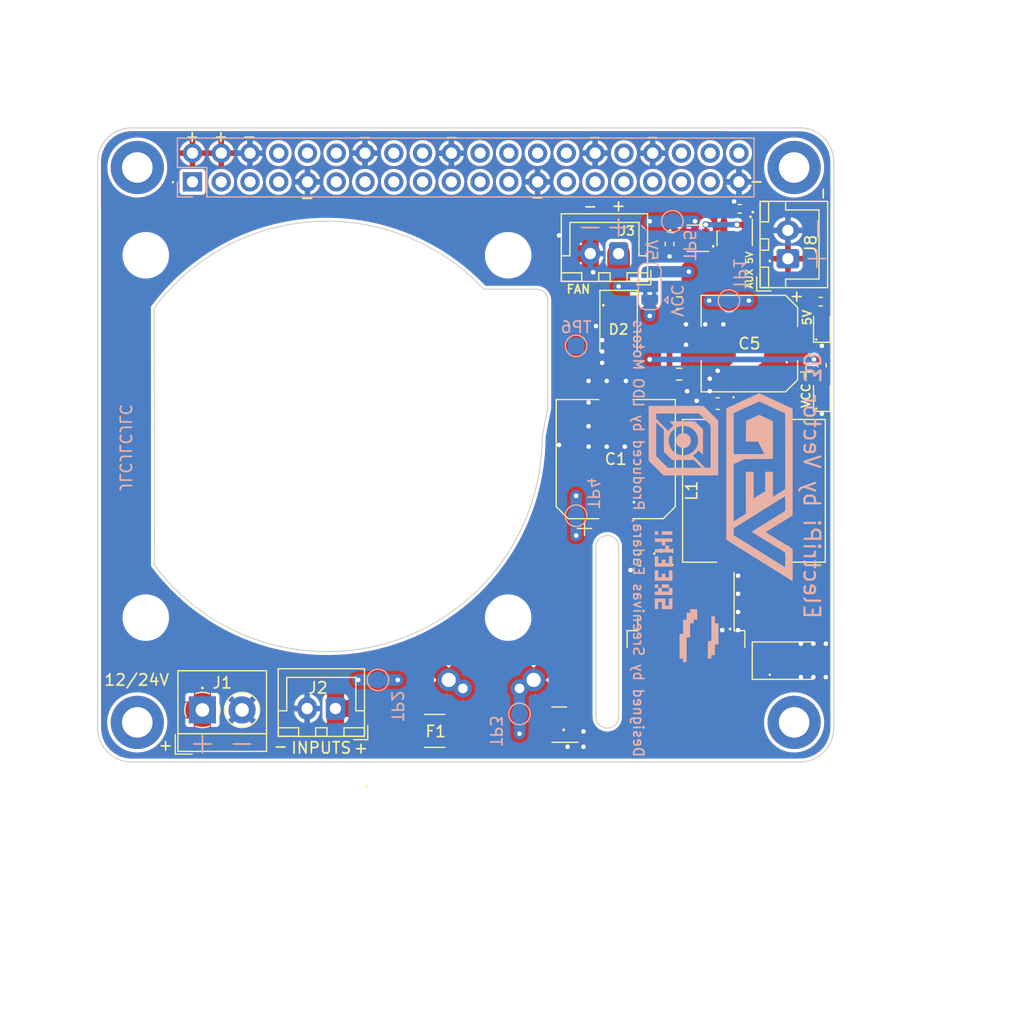
<source format=kicad_pcb>
(kicad_pcb (version 20211014) (generator pcbnew)
  (layers (0 "F.Cu" signal) (31 "B.Cu" signal) (34 "B.Paste" user) (35 "F.Paste" user) (36 "B.SilkS" user "B.Silkscreen") (37 "F.SilkS" user "F.Silkscreen") (38 "B.Mask" user) (39 "F.Mask" user) (44 "Edge.Cuts" user))
  (net 0 "")
  (net 1 "VCC")
  (net 2 "GND")
  (net 3 "Net-(C3-Pad1)")
  (net 4 "+5V")
  (net 5 "Net-(D3-Pad2)")
  (net 6 "Net-(D5-Pad2)")
  (net 7 "Net-(D6-Pad1)")
  (net 8 "Net-(F1-Pad1)")
  (net 9 "Net-(F1-Pad2)")
  (net 10 "5V_PI")
  (net 31 "Net-(Q2-Pad2)")
  (net 32 "Net-(Q2-Pad3)")
  (net 33 "Net-(R10-Pad1)")
  (net 34 "Net-(D2-Pad1)")
  (net 45 "Net-(Q1-Pad3)")
  (footprint "Connector_JST:JST_XH_B2B-XH-A_1x02_P2.50mm_Vertical" (layer "F.Cu") (at 146.2 64.8 90)
    (fp_text reference "J8" (at 1.25 2.025 90) (layer "F.SilkS"))
    (fp_text value "JST XH 01x02")
    (pad "1" thru_hole roundrect (at 0 0 90) (size 1.7 2) (drill 1) (layers *.Cu *.Mask) (roundrect_rratio 0.1470588235) (net 4 "+5V"))
    (pad "2" thru_hole oval (at 2.5 0 90) (size 1.7 2) (drill 1) (layers *.Cu *.Mask) (net 2 "GND"))
  )
  (footprint "Resistor_SMD:R_0402_1005Metric" (layer "F.Cu") (at 141.95 60.4 180)
    (fp_text reference "R2")
    (fp_text value "47K")
    (pad "1" smd roundrect (at -0.51 0 180) (size 0.54 0.64) (layers "F.Cu" "F.Paste" "F.Mask") (net 32 "Net-(Q2-Pad3)"))
    (pad "2" smd roundrect (at 0.51 0 180) (size 0.54 0.64) (layers "F.Cu" "F.Paste" "F.Mask") (net 2 "GND"))
  )
  (footprint "Resistor_SMD:R_0603_1608Metric" (layer "F.Cu") (at 136.6 75)
    (fp_text reference "R9")
    (fp_text value "3.3K")
    (pad "1" smd roundrect (at -0.825 0) (size 0.8 0.95) (layers "F.Cu" "F.Paste" "F.Mask") (net 33 "Net-(R10-Pad1)"))
    (pad "2" smd roundrect (at 0.825 0) (size 0.8 0.95) (layers "F.Cu" "F.Paste" "F.Mask") (net 2 "GND"))
  )
  (footprint "Package_TO_SOT_SMD:SOT-363_SC-70-6" (layer "F.Cu") (at 138 63 180)
    (fp_text reference "Q2")
    (fp_text value "50nA 150V 200mW 200mA")
    (pad "1" smd rect (at -0.95 -0.65 180) (size 0.65 0.4) (layers "F.Cu" "F.Paste" "F.Mask") (net 4 "+5V"))
    (pad "2" smd rect (at -0.95 0 180) (size 0.65 0.4) (layers "F.Cu" "F.Paste" "F.Mask") (net 31 "Net-(Q2-Pad2)"))
    (pad "3" smd rect (at -0.95 0.65 180) (size 0.65 0.4) (layers "F.Cu" "F.Paste" "F.Mask") (net 32 "Net-(Q2-Pad3)"))
    (pad "4" smd rect (at 0.95 0.65 180) (size 0.65 0.4) (layers "F.Cu" "F.Paste" "F.Mask") (net 10 "5V_PI"))
    (pad "5" smd rect (at 0.95 0 180) (size 0.65 0.4) (layers "F.Cu" "F.Paste" "F.Mask") (net 31 "Net-(Q2-Pad2)"))
    (pad "6" smd rect (at 0.95 -0.65 180) (size 0.65 0.4) (layers "F.Cu" "F.Paste" "F.Mask") (net 31 "Net-(Q2-Pad2)"))
  )
  (footprint "MountingHole:MountingHole_2.7mm_M2.5_DIN965_Pad" (layer "F.Cu") (at 88.75 56.75)
    (fp_text reference "H2" hide)
    (fp_text value "MountingHole")
    (pad "1" thru_hole circle locked (at 0 0) (size 4.7 4.7) (drill 2.7) (layers *.Cu *.Mask))
  )
  (footprint "Diode_SMD:D_SMA" (layer "F.Cu") (at 131.25 71 -90)
    (fp_text reference "D2" (at 0.05 0) (layer "F.SilkS") (effects (font (size 0.9 0.9))))
    (fp_text value "SS54")
    (pad "1" smd rect (at -2 0 270) (size 2.5 1.8) (layers "F.Cu" "F.Paste" "F.Mask") (net 34 "Net-(D2-Pad1)"))
    (pad "2" smd rect (at 2 0 270) (size 2.5 1.8) (layers "F.Cu" "F.Paste" "F.Mask") (net 2 "GND"))
  )
  (footprint "Connector_JST:JST_XH_B2B-XH-A_1x02_P2.50mm_Vertical" (layer "F.Cu") (at 106.25 104.525 180)
    (fp_text reference "J2" (at 1.55 1.825) (layer "F.SilkS"))
    (fp_text value "JST XH 01x02")
    (pad "1" thru_hole roundrect (at 0 0 180) (size 1.7 2) (drill 1) (layers *.Cu *.Mask) (roundrect_rratio 0.147059) (net 8 "Net-(F1-Pad1)"))
    (pad "2" thru_hole oval (at 2.5 0 180) (size 1.7 2) (drill 1) (layers *.Cu *.Mask) (net 2 "GND"))
  )
  (footprint "TerminalBlock_4Ucon:TerminalBlock_4Ucon_1x02_P3.50mm_Horizontal" (layer "F.Cu") (at 94.5 104.65)
    (fp_text reference "J1" (at 1.75 -2.4) (layer "F.SilkS"))
    (fp_text value "2444")
    (pad "1" thru_hole rect (at 0 0) (size 2.4 2.4) (drill 1.2) (layers *.Cu *.Mask) (net 8 "Net-(F1-Pad1)"))
    (pad "2" thru_hole circle (at 3.5 0) (size 2.4 2.4) (drill 1.2) (layers *.Cu *.Mask) (net 2 "GND"))
  )
  (footprint "Capacitor_SMD:C_0603_1608Metric" (layer "F.Cu") (at 135.5 90.6 90)
    (fp_text reference "C3")
    (fp_text value "1 uF")
    (pad "1" smd roundrect (at -0.775 0 90) (size 0.9 0.95) (layers "F.Cu" "F.Paste" "F.Mask") (net 3 "Net-(C3-Pad1)"))
    (pad "2" smd roundrect (at 0.775 0 90) (size 0.9 0.95) (layers "F.Cu" "F.Paste" "F.Mask") (net 1 "VCC"))
  )
  (footprint "Capacitor_SMD:CP_Elec_8x10" (layer "F.Cu") (at 142.8 72.3 180)
    (fp_text reference "C5" (at 0 0 180) (layer "F.SilkS"))
    (fp_text value "1000uF")
    (pad "1" smd roundrect (at -3.25 0 180) (size 3.5 2.5) (layers "F.Cu" "F.Paste" "F.Mask") (roundrect_rratio 0.1) (net 4 "+5V"))
    (pad "2" smd roundrect (at 3.25 0 180) (size 3.5 2.5) (layers "F.Cu" "F.Paste" "F.Mask") (roundrect_rratio 0.1) (net 2 "GND"))
  )
  (footprint "Package_TO_SOT_SMD:SOT-23" (layer "F.Cu") (at 126 105.95 180)
    (fp_text reference "Q1")
    (fp_text value "30V 4A 44mΩ")
    (pad "1" smd roundrect (at -0.9375 -0.95 180) (size 1.475 0.6) (layers "F.Cu" "F.Paste" "F.Mask") (net 2 "GND"))
    (pad "2" smd roundrect (at -0.9375 0.95 180) (size 1.475 0.6) (layers "F.Cu" "F.Paste" "F.Mask") (net 1 "VCC"))
    (pad "3" smd roundrect (at 0.9375 0 180) (size 1.475 0.6) (layers "F.Cu" "F.Paste" "F.Mask") (net 45 "Net-(Q1-Pad3)"))
  )
  (footprint "Resistor_SMD:R_0402_1005Metric" (layer "F.Cu") (at 135.75 63.5 -90)
    (fp_text reference "R1")
    (fp_text value "10K")
    (pad "1" smd roundrect (at -0.51 0 270) (size 0.54 0.64) (layers "F.Cu" "F.Paste" "F.Mask") (net 31 "Net-(Q2-Pad2)"))
    (pad "2" smd roundrect (at 0.51 0 270) (size 0.54 0.64) (layers "F.Cu" "F.Paste" "F.Mask") (net 2 "GND"))
  )
  (footprint "Package_TO_SOT_SMD:SOT-23" (layer "F.Cu") (at 141.5 63 -90)
    (fp_text reference "Q3")
    (fp_text value "30V 4A 44mΩ")
    (pad "1" smd roundrect (at -0.9375 -0.95 270) (size 1.475 0.6) (layers "F.Cu" "F.Paste" "F.Mask") (net 32 "Net-(Q2-Pad3)"))
    (pad "2" smd roundrect (at -0.9375 0.95 270) (size 1.475 0.6) (layers "F.Cu" "F.Paste" "F.Mask") (net 10 "5V_PI"))
    (pad "3" smd roundrect (at 0.9375 0 270) (size 1.475 0.6) (layers "F.Cu" "F.Paste" "F.Mask") (net 4 "+5V"))
  )
  (footprint "Capacitor_SMD:C_0603_1608Metric" (layer "F.Cu") (at 140 77.6 180)
    (fp_text reference "C4")
    (fp_text value "1 uF")
    (pad "1" smd roundrect (at -0.775 0 180) (size 0.9 0.95) (layers "F.Cu" "F.Paste" "F.Mask") (net 4 "+5V"))
    (pad "2" smd roundrect (at 0.775 0 180) (size 0.9 0.95) (layers "F.Cu" "F.Paste" "F.Mask") (net 2 "GND"))
  )
  (footprint "Package_TO_SOT_SMD:TO-263-5_TabPin3" (layer "F.Cu") (at 137.2 100.6 -90)
    (fp_text reference "U1")
    (fp_text value "XL4015")
    (pad "1" smd rect (at -5.775 -3.4 270) (size 4.6 1.1) (layers "F.Cu" "F.Paste" "F.Mask") (net 2 "GND"))
    (pad "2" smd rect (at -5.775 -1.7 270) (size 4.6 1.1) (layers "F.Cu" "F.Paste" "F.Mask") (net 33 "Net-(R10-Pad1)"))
    (pad "3" smd rect (at -5.775 0 270) (size 4.6 1.1) (layers "F.Cu" "F.Paste" "F.Mask") (net 7 "Net-(D6-Pad1)"))
    (pad "3" smd rect (at 3.375 0 270) (size 9.4 10.8) (layers "F.Cu" "F.Mask") (net 7 "Net-(D6-Pad1)"))
    (pad "4" smd rect (at -5.775 1.7 270) (size 4.6 1.1) (layers "F.Cu" "F.Paste" "F.Mask") (net 3 "Net-(C3-Pad1)"))
    (pad "5" smd rect (at -5.775 3.4 270) (size 4.6 1.1) (layers "F.Cu" "F.Paste" "F.Mask") (net 1 "VCC"))
  )
  (footprint "MountingHole:MountingHole_3.5mm" (layer "F.Cu") (at 89.5 96.5)
    (fp_text reference "H5" hide)
    (fp_text value "MountingHole")
    (pad "" np_thru_hole circle locked (at 0 0) (size 3.5 3.5) (drill 3.5) (layers *.Cu *.Mask))
  )
  (footprint "Resistor_SMD:R_0402_1005Metric" (layer "F.Cu") (at 149.1 68.6 180)
    (fp_text reference "R6" hide)
    (fp_text value "1kR")
    (pad "1" smd roundrect (at -0.51 0 180) (size 0.54 0.64) (layers "F.Cu" "F.Paste" "F.Mask") (net 5 "Net-(D3-Pad2)"))
    (pad "2" smd roundrect (at 0.51 0 180) (size 0.54 0.64) (layers "F.Cu" "F.Paste" "F.Mask") (net 4 "+5V"))
  )
  (footprint "Fuse:Fuse_Littelfuse-NANO2-451_453" (layer "F.Cu") (at 115 106.5)
    (fp_text reference "F1" (at 0.1 0.05 unlocked) (layer "F.SilkS"))
    (fp_text value "5A")
    (pad "1" smd rect (at -3.185 0) (size 4.24 3.81) (layers "F.Cu" "F.Paste" "F.Mask") (net 8 "Net-(F1-Pad1)"))
    (pad "2" smd rect (at 3.185 0) (size 4.24 3.81) (layers "F.Cu" "F.Paste" "F.Mask") (net 9 "Net-(F1-Pad2)"))
  )
  (footprint "Diode_SMD:D_SMA" (layer "F.Cu") (at 146.45 100.3)
    (fp_text reference "D6")
    (fp_text value "SS54")
    (pad "1" smd rect (at -2 0) (size 2.5 1.8) (layers "F.Cu" "F.Paste" "F.Mask") (net 7 "Net-(D6-Pad1)"))
    (pad "2" smd rect (at 2 0) (size 2.5 1.8) (layers "F.Cu" "F.Paste" "F.Mask") (net 2 "GND"))
  )
  (footprint "Connector_JST:JST_XH_B2B-XH-A_1x02_P2.50mm_Vertical" (layer "F.Cu") (at 131.25 64.35 180)
    (fp_text reference "J3" (at -0.75 2) (layer "F.SilkS") (effects (font (size 0.8 0.8))))
    (fp_text value "JST XH 01x02")
    (pad "1" thru_hole roundrect (at 0 0 180) (size 1.7 2) (drill 1) (layers *.Cu *.Mask) (roundrect_rratio 0.1470588235) (net 34 "Net-(D2-Pad1)"))
    (pad "2" thru_hole oval (at 2.5 0 180) (size 1.7 2) (drill 1) (layers *.Cu *.Mask) (net 2 "GND"))
  )
  (footprint "MountingHole:MountingHole_3.5mm" (layer "F.Cu") (at 121.5 64.5)
    (fp_text reference "H6" hide)
    (fp_text value "MountingHole")
    (pad "" np_thru_hole circle locked (at 0 0) (size 3.5 3.5) (drill 3.5) (layers *.Cu *.Mask))
  )
  (footprint "Capacitor_SMD:CP_Elec_10x10" (layer "F.Cu") (at 131 82.5 90)
    (fp_text reference "C1" (at 0 0) (layer "F.SilkS"))
    (fp_text value "220uF")
    (pad "1" smd roundrect (at -4 0 90) (size 4 2.5) (layers "F.Cu" "F.Paste" "F.Mask") (roundrect_rratio 0.1) (net 1 "VCC"))
    (pad "2" smd roundrect (at 4 0 90) (size 4 2.5) (layers "F.Cu" "F.Paste" "F.Mask") (roundrect_rratio 0.1) (net 2 "GND"))
  )
  (footprint "MountingHole:MountingHole_2.7mm_M2.5_DIN965_Pad" (layer "F.Cu") (at 146.75 56.75)
    (fp_text reference "H3" hide)
    (fp_text value "MountingHole")
    (pad "1" thru_hole circle locked (at 0 0) (size 4.7 4.7) (drill 2.7) (layers *.Cu *.Mask))
  )
  (footprint "MountingHole:MountingHole_3.5mm" (layer "F.Cu") (at 89.5 64.5)
    (fp_text reference "H7" hide)
    (fp_text value "MountingHole")
    (pad "" np_thru_hole circle locked (at 0 0) (size 3.5 3.5) (drill 3.5) (layers *.Cu *.Mask))
  )
  (footprint "MountingHole:MountingHole_3.5mm" (layer "F.Cu") (at 121.5 96.5)
    (fp_text reference "H8" hide)
    (fp_text value "MountingHole")
    (pad "" np_thru_hole circle locked (at 0 0) (size 3.5 3.5) (drill 3.5) (layers *.Cu *.Mask))
  )
  (footprint "Capacitor_SMD:C_0603_1608Metric" (layer "F.Cu") (at 133.1 91.4 180)
    (fp_text reference "C2")
    (fp_text value "1 uF")
    (pad "1" smd roundrect (at -0.775 0 180) (size 0.9 0.95) (layers "F.Cu" "F.Paste" "F.Mask") (net 1 "VCC"))
    (pad "2" smd roundrect (at 0.775 0 180) (size 0.9 0.95) (layers "F.Cu" "F.Paste" "F.Mask") (net 2 "GND"))
  )
  (footprint "LED_SMD:LED_0603_1608Metric" (layer "F.Cu") (at 149.2 76.8 90)
    (fp_text reference "D5" hide)
    (fp_text value "2.3V 20mA")
    (pad "1" smd roundrect (at -0.7875 0 90) (size 0.875 0.95) (layers "F.Cu" "F.Paste" "F.Mask") (net 2 "GND"))
    (pad "2" smd roundrect (at 0.7875 0 90) (size 0.875 0.95) (layers "F.Cu" "F.Paste" "F.Mask") (net 6 "Net-(D5-Pad2)"))
  )
  (footprint "LED_SMD:LED_0603_1608Metric" (layer "F.Cu") (at 149.2 70.7 90)
    (fp_text reference "D3" hide)
    (fp_text value "2.3V 20mA")
    (pad "1" smd roundrect (at -0.7875 0 90) (size 0.875 0.95) (layers "F.Cu" "F.Paste" "F.Mask") (net 2 "GND"))
    (pad "2" smd roundrect (at 0.7875 0 90) (size 0.875 0.95) (layers "F.Cu" "F.Paste" "F.Mask") (net 5 "Net-(D3-Pad2)"))
  )
  (footprint "Inductor_SMD:L_12x12mm_H6mm" (layer "F.Cu") (at 143.2 85.3 90)
    (fp_text reference "L1" (at 0 -5.5 90) (layer "F.SilkS"))
    (fp_text value "47 uH")
    (pad "1" smd rect (at -4.95 0 90) (size 2.9 5.4) (layers "F.Cu" "F.Paste" "F.Mask") (net 7 "Net-(D6-Pad1)"))
    (pad "2" smd rect (at 4.95 0 90) (size 2.9 5.4) (layers "F.Cu" "F.Paste" "F.Mask") (net 4 "+5V"))
  )
  (footprint "Inrush_Limiter:5_OR_7pt5_PITCH_ICL" (layer "F.Cu") (at 116.25 102)
    (fp_text reference "TH1")
    (fp_text value "ICL")
    (pad "1" thru_hole circle (at 1.25 0.75) (size 1.6 1.6) (drill 0.85) (layers *.Cu *.Mask) (net 9 "Net-(F1-Pad2)"))
    (pad "1" thru_hole circle (at 0 0) (size 2 2) (drill 1.25) (layers *.Cu *.Mask) (net 9 "Net-(F1-Pad2)"))
    (pad "2" thru_hole circle (at 7.5 0) (size 2 2) (drill 1.25) (layers *.Cu *.Mask) (net 45 "Net-(Q1-Pad3)"))
    (pad "2" thru_hole circle (at 6.25 0.75) (size 1.6 1.6) (drill 0.85) (layers *.Cu *.Mask) (net 45 "Net-(Q1-Pad3)"))
  )
  (footprint "Resistor_SMD:R_0402_1005Metric" (layer "F.Cu") (at 149.2 74.2 90)
    (fp_text reference "R8" hide)
    (fp_text value "10kR")
    (pad "1" smd roundrect (at -0.51 0 90) (size 0.54 0.64) (layers "F.Cu" "F.Paste" "F.Mask") (net 6 "Net-(D5-Pad2)"))
    (pad "2" smd roundrect (at 0.51 0 90) (size 0.54 0.64) (layers "F.Cu" "F.Paste" "F.Mask") (net 1 "VCC"))
  )
  (footprint "Resistor_SMD:R_0603_1608Metric" (layer "F.Cu") (at 136.6 68.7)
    (fp_text reference "R10")
    (fp_text value "10K")
    (pad "1" smd roundrect (at -0.825 0) (size 0.8 0.95) (layers "F.Cu" "F.Paste" "F.Mask") (net 33 "Net-(R10-Pad1)"))
    (pad "2" smd roundrect (at 0.825 0) (size 0.8 0.95) (layers "F.Cu" "F.Paste" "F.Mask") (net 4 "+5V"))
  )
  (footprint "MountingHole:MountingHole_2.7mm_M2.5_DIN965_Pad" (layer "F.Cu") (at 146.75 105.75)
    (fp_text reference "H1" hide)
    (fp_text value "MountingHole")
    (pad "1" thru_hole circle locked (at 0 0) (size 4.7 4.7) (drill 2.7) (layers *.Cu *.Mask))
  )
  (footprint "MountingHole:MountingHole_2.7mm_M2.5_DIN965_Pad" (layer "F.Cu") (at 88.75 105.75)
    (fp_text reference "H4" hide)
    (fp_text value "MountingHole")
    (pad "1" thru_hole circle locked (at 0 0) (size 4.7 4.7) (drill 2.7) (layers *.Cu *.Mask))
  )
  (footprint "Logos:LDO Motors Logo" (layer "B.Cu") (at 137 80.8 90)
    (fp_text reference "G***")
    (fp_text value "LOGO" hide)
  )
  (footprint "TestPoint:TestPoint_Pad_D1.5mm" (layer "B.Cu") (at 136 61.5 180)
    (fp_text reference "TP5" (at -1.5 -2.1 270 unlocked) (layer "B.SilkS") (effects (justify mirror)))
    (fp_text value "TestPoint")
    (pad "1" smd circle (at 0 0 180) (size 1.5 1.5) (layers "B.Cu" "B.Mask") (net 10 "5V_PI"))
  )
  (footprint "Connector_PinSocket_2.54mm:PinSocket_2x20_P2.54mm_Vertical" (layer "B.Cu") (at 93.62 58.02 -90)
    (fp_text reference "J6")
    (fp_text value "Raspberry_Pi_2_3")
    (pad "1" thru_hole rect (at 0 0 270) (size 1.7 1.7) (drill 1) (layers *.Cu *.Mask))
    (pad "2" thru_hole oval (at -2.54 0 270) (size 1.7 1.7) (drill 1) (layers *.Cu *.Mask) (net 10 "5V_PI"))
    (pad "3" thru_hole oval (at 0 -2.54 270) (size 1.7 1.7) (drill 1) (layers *.Cu *.Mask))
    (pad "4" thru_hole oval (at -2.54 -2.54 270) (size 1.7 1.7) (drill 1) (layers *.Cu *.Mask) (net 10 "5V_PI"))
    (pad "5" thru_hole oval (at 0 -5.08 270) (size 1.7 1.7) (drill 1) (layers *.Cu *.Mask))
    (pad "6" thru_hole oval (at -2.54 -5.08 270) (size 1.7 1.7) (drill 1) (layers *.Cu *.Mask) (net 2 "GND"))
    (pad "7" thru_hole oval (at 0 -7.62 270) (size 1.7 1.7) (drill 1) (layers *.Cu *.Mask))
    (pad "8" thru_hole oval (at -2.54 -7.62 270) (size 1.7 1.7) (drill 1) (layers *.Cu *.Mask))
    (pad "9" thru_hole oval (at 0 -10.16 270) (size 1.7 1.7) (drill 1) (layers *.Cu *.Mask) (net 2 "GND"))
    (pad "10" thru_hole oval (at -2.54 -10.16 270) (size 1.7 1.7) (drill 1) (layers *.Cu *.Mask))
    (pad "11" thru_hole oval (at 0 -12.7 270) (size 1.7 1.7) (drill 1) (layers *.Cu *.Mask))
    (pad "12" thru_hole oval (at -2.54 -12.7 270) (size 1.7 1.7) (drill 1) (layers *.Cu *.Mask))
    (pad "13" thru_hole oval (at 0 -15.24 270) (size 1.7 1.7) (drill 1) (layers *.Cu *.Mask))
    (pad "14" thru_hole oval (at -2.54 -15.24 270) (size 1.7 1.7) (drill 1) (layers *.Cu *.Mask) (net 2 "GND"))
    (pad "15" thru_hole oval (at 0 -17.78 270) (size 1.7 1.7) (drill 1) (layers *.Cu *.Mask))
    (pad "16" thru_hole oval (at -2.54 -17.78 270) (size 1.7 1.7) (drill 1) (layers *.Cu *.Mask))
    (pad "17" thru_hole oval (at 0 -20.32 270) (size 1.7 1.7) (drill 1) (layers *.Cu *.Mask))
    (pad "18" thru_hole oval (at -2.54 -20.32 270) (size 1.7 1.7) (drill 1) (layers *.Cu *.Mask))
    (pad "19" thru_hole oval (at 0 -22.86 270) (size 1.7 1.7) (drill 1) (layers *.Cu *.Mask))
    (pad "20" thru_hole oval (at -2.54 -22.86 270) (size 1.7 1.7) (drill 1) (layers *.Cu *.Mask) (net 2 "GND"))
    (pad "21" thru_hole oval (at 0 -25.4 270) (size 1.7 1.7) (drill 1) (layers *.Cu *.Mask))
    (pad "22" thru_hole oval (at -2.54 -25.4 270) (size 1.7 1.7) (drill 1) (layers *.Cu *.Mask))
    (pad "23" thru_hole oval (at 0 -27.94 270) (size 1.7 1.7) (drill 1) (layers *.Cu *.Mask))
    (pad "24" thru_hole oval (at -2.54 -27.94 270) (size 1.7 1.7) (drill 1) (layers *.Cu *.Mask))
    (pad "25" thru_hole oval (at 0 -30.48 270) (size 1.7 1.7) (drill 1) (layers *.Cu *.Mask) (net 2 "GND"))
    (pad "26" thru_hole oval (at -2.54 -30.48 270) (size 1.7 1.7) (drill 1) (layers *.Cu *.Mask))
    (pad "27" thru_hole oval (at 0 -33.02 270) (size 1.7 1.7) (drill 1) (layers *.Cu *.Mask))
    (pad "28" thru_hole oval (at -2.54 -33.02 270) (size 1.7 1.7) (drill 1) (layers *.Cu *.Mask))
    (pad "29" thru_hole oval (at 0 -35.56 270) (size 1.7 1.7) (drill 1) (layers *.Cu *.Mask))
    (pad "30" thru_hole oval (at -2.54 -35.56 270) (size 1.7 1.7) (drill 1) (layers *.Cu *.Mask) (net 2 "GND"))
    (pad "31" thru_hole oval (at 0 -38.1 270) (size 1.7 1.7) (drill 1) (layers *.Cu *.Mask))
    (pad "32" thru_hole oval (at -2.54 -38.1 270) (size 1.7 1.7) (drill 1) (layers *.Cu *.Mask))
    (pad "33" thru_hole oval (at 0 -40.64 270) (size 1.7 1.7) (drill 1) (layers *.Cu *.Mask))
    (pad "34" thru_hole oval (at -2.54 -40.64 270) (size 1.7 1.7) (drill 1) (layers *.Cu *.Mask) (net 2 "GND"))
    (pad "35" thru_hole oval (at 0 -43.18 270) (size 1.7 1.7) (drill 1) (layers *.Cu *.Mask))
    (pad "36" thru_hole oval (at -2.54 -43.18 270) (size 1.7 1.7) (drill 1) (layers *.Cu *.Mask))
    (pad "37" thru_hole oval (at 0 -45.72 270) (size 1.7 1.7) (drill 1) (layers *.Cu *.Mask))
    (pad "38" thru_hole oval (at -2.54 -45.72 270) (size 1.7 1.7) (drill 1) (layers *.Cu *.Mask))
    (pad "39" thru_hole oval (at 0 -48.26 270) (size 1.7 1.7) (drill 1) (layers *.Cu *.Mask) (net 2 "GND"))
    (pad "40" thru_hole oval (at -2.54 -48.26 270) (size 1.7 1.7) (drill 1) (layers *.Cu *.Mask))
  )
  (footprint "Jumper:SolderJumper-3_P1.3mm_Bridged2Bar12_RoundedPad1.0x1.5mm" (layer "B.Cu") (at 134 67.25 90)
    (fp_text reference "JP1")
    (fp_text value "SolderJumper_3_Bridged12")
    (fp_poly (pts (xy -0.9 0.6) (xy -0.4 0.6) (xy -0.4 0.2) (xy -0.9 0.2)) (layer "B.Cu") (width 0) (fill solid))
    (fp_poly (pts (xy -0.9 -0.2) (xy -0.4 -0.2) (xy -0.4 -0.6) (xy -0.9 -0.6)) (layer "B.Cu") (width 0) (fill solid))
    (pad "1" smd custom (at -1.3 0 90) (size 1 0.5) (layers "B.Cu" "B.Mask") (net 1 "VCC") (options (clearance outline) (anchor rect)) (primitives (gr_circle (center 0 -0.25) (end 0.5 -0.25) (width 0) (fill yes)) (gr_circle (center 0 0.25) (end 0.5 0.25) (width 0) (fill yes)) (gr_poly (pts (xy 0.55 -0.75) (xy 0 -0.75) (xy 0 0.75) (xy 0.55 0.75)) (width 0) (fill yes))))
    (pad "2" smd rect (at 0 0 90) (size 1 1.5) (layers "B.Cu" "B.Mask") (net 34 "Net-(D2-Pad1)"))
    (pad "3" smd custom (at 1.3 0 90) (size 1 0.5) (layers "B.Cu" "B.Mask") (net 4 "+5V") (options (clearance outline) (anchor rect)) (primitives (gr_circle (center 0 -0.25) (end 0.5 -0.25) (width 0) (fill yes)) (gr_circle (center 0 0.25) (end 0.5 0.25) (width 0) (fill yes)) (gr_poly (pts (xy 0 -0.75) (xy -0.55 -0.75) (xy -0.55 0.75) (xy 0 0.75)) (width 0) (fill yes))))
  )
  (footprint "TestPoint:TestPoint_Pad_D1.5mm" (layer "B.Cu") (at 127.5 87.5 180)
    (fp_text reference "TP4" (at -1.5 2 270 unlocked) (layer "B.SilkS") (effects (justify mirror)))
    (fp_text value "TestPoint")
    (pad "1" smd circle (at 0 0 180) (size 1.5 1.5) (layers "B.Cu" "B.Mask") (net 1 "VCC"))
  )
  (footprint "TestPoint:TestPoint_Pad_D1.5mm" (layer "B.Cu") (at 141 68.5 180)
    (fp_text reference "TP1" (at -0.9 2.4 270 unlocked) (layer "B.SilkS") (effects (justify mirror)))
    (fp_text value "TestPoint")
    (pad "1" smd circle (at 0 0 180) (size 1.5 1.5) (layers "B.Cu" "B.Mask") (net 4 "+5V"))
  )
  (footprint "Logos:V3D Logo" (layer "B.Cu") (at 143.7 85 90)
    (fp_text reference "G***")
    (fp_text value "LOGO" hide)
  )
  (footprint "Logos:5reen_merge_small" (layer "B.Cu") (at 137.1 94.5 90)
    (fp_text reference "G***")
    (fp_text value "LOGO" hide)
  )
  (footprint "TestPoint:TestPoint_Pad_D1.5mm" (layer "B.Cu") (at 127.5 72.5 180)
    (fp_text reference "TP6" (at 0 1.648) (layer "B.SilkS") (effects (justify mirror)))
    (fp_text value "TestPoint")
    (pad "1" smd circle (at 0 0 180) (size 1.5 1.5) (layers "B.Cu" "B.Mask") (net 2 "GND"))
  )
  (footprint "TestPoint:TestPoint_Pad_D1.5mm" (layer "B.Cu") (at 110 102 180)
    (fp_text reference "TP2" (at -1.7 -2.3 270 unlocked) (layer "B.SilkS") (effects (justify mirror)))
    (fp_text value "TestPoint")
    (pad "1" smd circle (at 0 0 180) (size 1.5 1.5) (layers "B.Cu" "B.Mask") (net 8 "Net-(F1-Pad1)"))
  )
  (footprint "TestPoint:TestPoint_Pad_D1.5mm" (layer "B.Cu") (at 122.5 105 180)
    (fp_text reference "TP3" (at 2.1 -1.5 270 unlocked) (layer "B.SilkS") (effects (justify mirror)))
    (fp_text value "TestPoint")
    (pad "1" smd circle (at 0 0 180) (size 1.5 1.5) (layers "B.Cu" "B.Mask") (net 45 "Net-(Q1-Pad3)"))
  )
  (gr_line (start 85.25 71.75) (end 85.25 106.25) (layer "Edge.Cuts") (width 0.1))
  (gr_arc (start 147.25 53.25) (mid 149.37132 54.12868) (end 150.25 56.25) (layer "Edge.Cuts") (width 0.1))
  (gr_line (start 129.25 90.25) (end 129.25 105.25) (layer "Edge.Cuts") (width 0.1))
  (gr_arc (start 88.25 109.25) (mid 86.12868 108.37132) (end 85.25 106.25) (layer "Edge.Cuts") (width 0.1))
  (gr_line (start 119.35 67.5) (end 124 67.5) (layer "Edge.Cuts") (width 0.1))
  (gr_line (start 90.25 69.15) (end 90.258076 91.84399) (layer "Edge.Cuts") (width 0.1))
  (gr_line (start 88.25 109.25) (end 147.25 109.25) (layer "Edge.Cuts") (width 0.1))
  (gr_arc (start 150.25 106.25) (mid 149.37132 108.37132) (end 147.25 109.25) (layer "Edge.Cuts") (width 0.1))
  (gr_arc (start 129.25 90.25) (mid 130.25 89.25) (end 131.25 90.25) (layer "Edge.Cuts") (width 0.1))
  (gr_line (start 131.25 90.25) (end 131.25 105.25) (layer "Edge.Cuts") (width 0.1))
  (gr_line (start 88.25 53.25) (end 147.25 53.25) (layer "Edge.Cuts") (width 0.1))
  (gr_arc (start 85.25 56.25) (mid 86.12868 54.12868) (end 88.25 53.25) (layer "Edge.Cuts") (width 0.1))
  (gr_arc (start 124.500062 80.5) (mid 111.475151 98.536073) (end 90.258076 91.84399) (layer "Edge.Cuts") (width 0.1))
  (gr_arc (start 131.25 105.25) (mid 130.25 106.25) (end 129.25 105.25) (layer "Edge.Cuts") (width 0.1))
  (gr_line (start 85.25 56.25) (end 85.25 71.75) (layer "Edge.Cuts") (width 0.1))
  (gr_arc (start 124 67.5) (mid 124.707107 67.792893) (end 125 68.5) (layer "Edge.Cuts") (width 0.1))
  (gr_line (start 125 78) (end 125 68.5) (layer "Edge.Cuts") (width 0.1))
  (gr_arc (start 90.25 69.15) (mid 104.414442 61.525152) (end 119.35 67.5) (layer "Edge.Cuts") (width 0.1))
  (gr_line (start 124.500062 80.5) (end 125 78) (layer "Edge.Cuts") (width 0.1))
  (gr_line (start 150.25 56.25) (end 150.25 106.25) (layer "Edge.Cuts") (width 0.1))
  (gr_text "ElectriPi by Vector 3D" (at 148.3 84.8 270) (layer "B.SilkS") (effects (font (size 1.4 1.4) (thickness 0.2)) (justify mirror)))
  (gr_text "Designed by Sreenivas Eadara, Produced by LDO Motors" (at 133 89.5 270) (layer "B.SilkS") (effects (font (size 0.9 0.9)) (justify mirror)))
  (gr_text "+" (at 131.25 61.9) (layer "B.SilkS") (effects (font (size 2 2)) (justify mirror)))
  (gr_text "5V" (at 134.15 64.05 270) (layer "B.SilkS") (effects (font (size 1 1)) (justify mirror)))
  (gr_text "+" (at 94.5 107.5) (layer "B.SilkS") (effects (font (size 2 2)) (justify mirror)))
  (gr_text "JLCJLCJLC" (at 87.7 81.5 270) (layer "B.SilkS") (effects (font (size 1 1)) (justify mirror)))
  (gr_text "-" (at 148.7 62.2 90) (layer "B.SilkS") (effects (font (size 2 2)) (justify mirror)))
  (gr_text "-" (at 98 107.5) (layer "B.SilkS") (effects (font (size 2 2)) (justify mirror)))
  (gr_text "VCC" (at 136.4 68.5 270) (layer "B.SilkS") (effects (font (size 1 1)) (justify mirror)))
  (gr_text "+" (at 148.6 64.8 90) (layer "B.SilkS") (effects (font (size 2 2)) (justify mirror)))
  (gr_text "-" (at 128.75 61.9) (layer "B.SilkS") (effects (font (size 2 2)) (justify mirror)))
  (gr_text "." (at 146.1 73.7) (layer "F.SilkS") (effects (font (size 0.6 0.6))))
  (gr_text "-" (at 149.25 59.05 90) (layer "F.SilkS") (effects (font (size 1 1))))
  (gr_text "-" (at 108.85 54.05) (layer "F.SilkS") (effects (font (size 1 1) (thickness 0.153))))
  (gr_text "." (at 148.7 71.7) (layer "F.SilkS") (effects (font (size 0.6 0.6))))
  (gr_text "." (at 143.1 61.1 180) (layer "F.SilkS") (effects (font (size 1 1))))
  (gr_text "." (at 142.9 60.7) (layer "F.SilkS") (effects (font (size 1 1))))
  (gr_text "." (at 148.7 77.8) (layer "F.SilkS") (effects (font (size 0.6 0.6))))
  (gr_text "+" (at 131.25 60.1) (layer "F.SilkS") (effects (font (size 1 1))))
  (gr_text "INPUTS" (at 105 108) (layer "F.SilkS") (effects (font (size 1 1))))
  (gr_text "." (at 126.4 106) (layer "F.SilkS") (effects (font (size 1 1))))
  (gr_text "." (at 91.9 57.8) (layer "F.SilkS") (effects (font (size 0.6 0.6))))
  (gr_text "VCC" (at 147.8 76.9 90) (layer "F.SilkS") (effects (font (size 0.75 0.75))))
  (gr_text "." (at 94.5 102.3) (layer "F.SilkS") (effects (font (size 1 1))))
  (gr_text "." (at 141.4 76.8) (layer "F.SilkS") (effects (font (size 0.6 0.6))))
  (gr_text "-" (at 103.75 59.4) (layer "F.SilkS") (effects (font (size 1 1) (thickness 0.153))))
  (gr_text "-" (at 128.75 60.15) (layer "F.SilkS") (effects (font (size 1 1))))
  (gr_text "5V" (at 147.9 70 90) (layer "F.SilkS") (effects (font (size 0.75 0.75))))
  (gr_text "AUX 5V" (at 142.8 65.8 90) (layer "F.SilkS") (effects (font (size 0.6 0.6) (thickness 0.125))))
  (gr_text "." (at 136 91.6) (layer "F.SilkS") (effects (font (size 0.6 0.6))))
  (gr_text "+" (at 146.9 68.15 90) (layer "F.SilkS") (effects (font (size 1 1))))
  (gr_text "+" (at 96.13 54) (layer "F.SilkS") (effects (font (size 1 1) (thickness 0.153))))
  (gr_text "FAN" (at 127.7 67.5) (layer "F.SilkS") (effects (font (size 0.75 0.75))))
  (gr_text "+" (at 93.6 54) (layer "F.SilkS") (effects (font (size 1 1) (thickness 0.153))))
  (gr_text "-" (at 98.65 54) (layer "F.SilkS") (effects (font (size 1 1) (thickness 0.153))))
  (gr_text "." (at 129.9 68.5) (layer "F.SilkS") (effects (font (size 1 1))))
  (gr_text "-" (at 116.5 54.05) (layer "F.SilkS") (effects (font (size 1 1) (thickness 0.153))))
  (gr_text "-" (at 143.45 57.95) (layer "F.SilkS") (effects (font (size 1 1) (thickness 0.153))))
  (gr_text "+" (at 108.5 108) (layer "F.SilkS") (effects (font (size 1 1))))
  (gr_text "+" (at 91.25 107.75) (layer "F.SilkS") (effects (font (size 1 1))))
  (gr_text "-" (at 134.25 54.05) (layer "F.SilkS") (effects (font (size 1 1) (thickness 0.153))))
  (gr_text "." (at 132.6 85.9) (layer "F.SilkS") (effects (font (size 1 1))))
  (gr_text "." (at 141.1 97.1) (layer "F.SilkS") (effects (font (size 1 1))))
  (gr_text "." (at 144.6 64.6) (layer "F.SilkS") (effects (font (size 1 1))))
  (gr_text "." (at 144.6 101.3) (layer "F.SilkS") (effects (font (size 0.6 0.6))))
  (gr_text "-" (at 124.1 59.35) (layer "F.SilkS") (effects (font (size 1 1) (thickness 0.153))))
  (gr_text "-" (at 101.4 107.85) (layer "F.SilkS") (effects (font (size 1 1))))
  (gr_text "12/24V" (at 88.7 102) (layer "F.SilkS") (effects (font (size 1 1))))
  (gr_text "." (at 136.2 62.3 270) (layer "F.SilkS") (effects (font (size 1 1))))
  (gr_text "." (at 146.2 90) (layer "F.SilkS") (effects (font (size 0.6 0.6))))
  (gr_text "." (at 134.4 90.6) (layer "F.SilkS") (effects (font (size 0.6 0.6))))
  (gr_text "-" (at 129.15 54.05) (layer "F.SilkS") (effects (font (size 1 1) (thickness 0.153))))
  (gr_text "." (at 109 111) (layer "F.SilkS") (effects (font (size 1 1))))
  (gr_text "." (at 139.6 63.3) (layer "F.SilkS") (effects (font (size 1 1))))
  (segment (start 148.5 73.7) (end 149.19 73.7) (width 0.5) (layer "F.Cu") (net 1))
  (segment (start 134 73.7) (end 134 69.85) (width 2) (layer "F.Cu") (net 1))
  (segment (start 135.5 89.825) (end 133.875 89.825) (width 1) (layer "F.Cu") (net 1))
  (segment (start 149.19 73.7) (end 149.2 73.69) (width 0.5) (layer "F.Cu") (net 1))
  (segment (start 134 73.7) (end 134 87.5) (width 2) (layer "F.Cu") (net 1))
  (via (at 127.5 89.25) (size 0.6) (drill 0.4) (layers "F.Cu" "B.Cu") (net 1))
  (via (at 134 73.7) (size 0.6) (drill 0.4) (layers "F.Cu" "B.Cu") (net 1))
  (via (at 134 69.85) (size 0.6) (drill 0.4) (layers "F.Cu" "B.Cu") (net 1))
  (via (at 148.5 73.7) (size 0.6) (drill 0.4) (layers "F.Cu" "B.Cu") (net 1))
  (via (at 127.5 85.75) (size 0.6) (drill 0.4) (layers "F.Cu" "B.Cu") (net 1))
  (segment (start 134 73.7) (end 148.5 73.7) (width 0.5) (layer "B.Cu") (net 1))
  (segment (start 127.5 85.75) (end 127.5 87.5) (width 1) (layer "B.Cu") (net 1))
  (segment (start 134 69.85) (end 134 68.55) (width 1) (layer "B.Cu") (net 1))
  (segment (start 127.5 87.5) (end 127.5 89.25) (width 1) (layer "B.Cu") (net 1))
  (segment (start 149.2 78.5) (end 149.2 77.5875) (width 1) (layer "F.Cu") (net 2))
  (segment (start 132.325 91.4) (end 132.325 92.275) (width 1) (layer "F.Cu") (net 2))
  (segment (start 141.44 60.4) (end 141.44 59.76) (width 0.5) (layer "F.Cu") (net 2))
  (segment (start 132.325 92.275) (end 132.3 92.3) (width 1) (layer "F.Cu") (net 2))
  (segment (start 149.2 71.4875) (end 149.2 72.5) (width 1) (layer "F.Cu") (net 2))
  (segment (start 135.75 64.01) (end 135.75 64.6) (width 0.5) (layer "F.Cu") (net 2))
  (segment (start 141.44 59.76) (end 141.45 59.75) (width 0.5) (layer "F.Cu") (net 2))
  (via (at 126 62.75) (size 0.6) (drill 0.4) (layers "F.Cu" "B.Cu") (net 2))
  (via (at 149.2 78.5) (size 0.6) (drill 0.4) (layers "F.Cu" "B.Cu") (net 2))
  (via (at 148.45 101.75) (size 0.6) (drill 0.4) (layers "F.Cu" "B.Cu") (net 2))
  (via (at 126.75 107.9) (size 0.6) (drill 0.4) (layers "F.Cu" "B.Cu") (net 2))
  (via (at 140.5 70.6) (size 0.6) (drill 0.4) (layers "F.Cu" "B.Cu") (net 2))
  (via (at 129.8 74) (size 0.6) (drill 0.4) (layers "F.Cu" "B.Cu") (net 2))
  (via (at 132.3 92.3) (size 0.6) (drill 0.4) (layers "F.Cu" "B.Cu") (net 2))
  (via (at 141.45 59.75) (size 0.6) (drill 0.4) (layers "F.Cu" "B.Cu") (net 2))
  (via (at 137.3 76.5) (size 0.6) (drill 0.4) (layers "F.Cu" "B.Cu") (net 2))
  (via (at 137.2 72.4) (size 0.6) (drill 0.4) (layers "F.Cu" "B.Cu") (net 2))
  (via (at 141.8 92.8) (size 0.6) (drill 0.4) (layers "F.Cu" "B.Cu") (net 2))
  (via (at 128.6 77.5) (size 0.6) (drill 0.4) (layers "F.Cu" "B.Cu") (net 2))
  (via (at 139.3 76.5) (size 0.6) (drill 0.4) (layers "F.Cu" "B.Cu") (net 2))
  (via (at 139.3 75.4) (size 0.6) (drill 0.4) (layers "F.Cu" "B.Cu") (net 2))
  (via (at 138.9 70.6) (size 0.6) (drill 0.4) (layers "F.Cu" "B.Cu") (net 2))
  (via (at 148.449999 98.8) (size 0.6) (drill 0.4) (layers "F.Cu" "B.Cu") (net 2))
  (via (at 130.2 75.6) (size 0.6) (drill 0.4) (layers "F.Cu" "B.Cu") (net 2))
  (via (at 135.75 64.6) (size 0.6) (drill 0.4) (layers "F.Cu" "B.Cu") (net 2))
  (via (at 149.2 72.5) (size 0.6) (drill 0.4) (layers "F.Cu" "B.Cu") (net 2))
  (via (at 131.8 81.4) (size 0.6) (drill 0.4) (layers "F.Cu" "B.Cu") (net 2))
  (via (at 149.55 101.75) (size 0.6) (drill 0.4) (layers "F.Cu" "B.Cu") (net 2))
  (via (at 128.6 75.6) (size 0.6) (drill 0.4) (layers "F.Cu" "B.Cu") (net 2))
  (via (at 129.8 72) (size 0.6) (drill 0.4) (layers "F.Cu" "B.Cu") (net 2))
  (via (at 141.8 94.4) (size 0.6) (drill 0.4) (layers "F.Cu" "B.Cu") (net 2))
  (via (at 141.8 97.6) (size 0.6) (drill 0.4) (layers "F.Cu" "B.Cu") (net 2))
  (via (at 129.8 73) (size 0.6) (drill 0.4) (layers "F.Cu" "B.Cu") (net 2))
  (via (at 140.4 97.6) (size 0.6) (drill 0.4) (layers "F.Cu" "B.Cu") (net 2))
  (via (at 140 74.7) (size 0.6) (drill 0.4) (layers "F.Cu" "B.Cu") (net 2))
  (via (at 130.2 81.4) (size 0.6) (drill 0.4) (layers "F.Cu" "B.Cu") (net 2))
  (via (at 128.6 79.6) (size 0.6) (drill 0.4) (layers "F.Cu" "B.Cu") (net 2))
  (via (at 147.35 101.75) (size 0.6) (drill 0.4) (layers "F.Cu" "B.Cu") (net 2))
  (via (at 126 81.25) (size 0.6) (drill 0.4) (layers "F.Cu" "B.Cu") (net 2))
  (via (at 129 66) (size 0.6) (drill 0.4) (layers "F.Cu" "B.Cu") (net 2))
  (via (at 128.6 81.4) (size 0.6) (drill 0.4) (layers "F.Cu" "B.Cu") (net 2))
  (via (at 129.25 70.75) (size 0.6) (drill 0.4) (layers "F.Cu" "B.Cu") (net 2))
  (via (at 128.15 107.9) (size 0.6) (drill 0.4) (layers "F.Cu" "B.Cu") (net 2))
  (via (at 137.2 70.6) (size 0.6) (drill 0.4) (layers "F.Cu" "B.Cu") (net 2))
  (via (at 138.15 77.35) (size 0.6) (drill 0.4) (layers "F.Cu" "B.Cu") (net 2))
  (via (at 149.55 98.8) (size 0.6) (drill 0.4) (layers "F.Cu" "B.Cu") (net 2))
  (via (at 147.35 98.8) (size 0.6) (drill 0.4) (layers "F.Cu" "B.Cu") (net 2))
  (via (at 128.15 106.55) (size 0.6) (drill 0.4) (layers "F.Cu" "B.Cu") (net 2))
  (via (at 131.9 75.6) (size 0.6) (drill 0.4) (layers "F.Cu" "B.Cu") (net 2))
  (via (at 141.8 96) (size 0.6) (drill 0.4) (layers "F.Cu" "B.Cu") (net 2))
  (segment (start 135.5 94.825) (end 135.5 91.375) (width 1) (layer "F.Cu") (net 3))
  (segment (start 148.59 68.6) (end 146.1 68.6) (width 0.5) (layer "F.Cu") (net 4))
  (via (at 137.45 65.95) (size 0.6) (drill 0.4) (layers "F.Cu" "B.Cu") (net 4))
  (via (at 142.75 68.5) (size 0.6) (drill 0.4) (layers "F.Cu" "B.Cu") (net 4))
  (via (at 139.25 68.5) (size 0.6) (drill 0.4) (layers "F.Cu" "B.Cu") (net 4))
  (segment (start 141 68.5) (end 142.75 68.5) (width 1) (layer "B.Cu") (net 4))
  (segment (start 134 65.95) (end 137.45 65.95) (width 1) (layer "B.Cu") (net 4))
  (segment (start 139.25 68.5) (end 141 68.5) (width 1) (layer "B.Cu") (net 4))
  (segment (start 149.61 69.5025) (end 149.61 68.6) (width 0.5) (layer "F.Cu") (net 5))
  (segment (start 149.2 69.9125) (end 149.61 69.5025) (width 0.5) (layer "F.Cu") (net 5))
  (segment (start 149.2 74.71) (end 149.2 76.0125) (width 0.5) (layer "F.Cu") (net 6))
  (segment (start 144.5 100.25) (end 144.5 91.55) (width 2) (layer "F.Cu") (net 7))
  (segment (start 140.875 100.3) (end 137.2 103.975) (width 2) (layer "F.Cu") (net 7))
  (segment (start 144.45 100.3) (end 144.5 100.25) (width 2) (layer "F.Cu") (net 7))
  (segment (start 144.5 91.55) (end 143.2 90.25) (width 2) (layer "F.Cu") (net 7))
  (segment (start 137.2 94.825) (end 137.2 103.975) (width 1) (layer "F.Cu") (net 7))
  (segment (start 144.45 100.3) (end 140.875 100.3) (width 2) (layer "F.Cu") (net 7))
  (via (at 108.25 102) (size 0.6) (drill 0.4) (layers "F.Cu" "B.Cu") (net 8))
  (via (at 111.75 102) (size 0.6) (drill 0.4) (layers "F.Cu" "B.Cu") (net 8))
  (segment (start 108.25 102) (end 110 102) (width 1) (layer "B.Cu") (net 8))
  (segment (start 110 102) (end 111.75 102) (width 1) (layer "B.Cu") (net 8))
  (via (at 134 61.5) (size 0.6) (drill 0.4) (layers "F.Cu" "B.Cu") (net 10))
  (via (at 138 61.5) (size 0.6) (drill 0.4) (layers "F.Cu" "B.Cu") (net 10))
  (segment (start 134 61.5) (end 136 61.5) (width 1) (layer "B.Cu") (net 10))
  (segment (start 136 61.5) (end 137.95 61.5) (width 1) (layer "B.Cu") (net 10))
  (segment (start 137.05 63) (end 138.95 63) (width 0.25) (layer "F.Cu") (net 31))
  (segment (start 137.05 63.65) (end 137.05 63) (width 0.25) (layer "F.Cu") (net 31))
  (segment (start 137.05 63) (end 135.76 63) (width 0.25) (layer "F.Cu") (net 31))
  (segment (start 141.7 61.8) (end 142.1875 61.8) (width 0.5) (layer "F.Cu") (net 32))
  (segment (start 142.45 62.0625) (end 142.45 60.41) (width 0.5) (layer "F.Cu") (net 32))
  (segment (start 142.1875 61.8) (end 142.45 62.0625) (width 0.5) (layer "F.Cu") (net 32))
  (segment (start 138.95 62.35) (end 138.95 61.8) (width 0.25) (layer "F.Cu") (net 32))
  (via (at 138.95 61.8) (size 0.6) (drill 0.4) (layers "F.Cu" "B.Cu") (net 32))
  (via (at 141.7 61.8) (size 0.6) (drill 0.4) (layers "F.Cu" "B.Cu") (net 32))
  (segment (start 138.95 61.8) (end 141.7 61.8) (width 0.5) (layer "B.Cu") (net 32))
  (segment (start 138.9 94.825) (end 138.9 91.4) (width 0.5) (layer "F.Cu") (net 33))
  (segment (start 135.75 88.25) (end 135.75 68.725) (width 0.5) (layer "F.Cu") (net 33))
  (segment (start 138.9 91.4) (end 135.75 88.25) (width 0.5) (layer "F.Cu") (net 33))
  (segment (start 135.75 68.725) (end 135.775 68.7) (width 0.5) (layer "F.Cu") (net 33))
  (segment (start 131.25 64.35) (end 131.25 69) (width 2) (layer "F.Cu") (net 34))
  (via (at 131.25 67.25) (size 0.6) (drill 0.4) (layers "F.Cu" "B.Cu") (net 34))
  (segment (start 131.25 67.25) (end 134 67.25) (width 1) (layer "B.Cu") (net 34))
  (via (at 122.5 106.75) (size 0.6) (drill 0.4) (layers "F.Cu" "B.Cu") (net 45))
  (segment (start 122.5 102.75) (end 122.5 105) (width 1) (layer "B.Cu") (net 45))
  (segment (start 122.5 106.75) (end 122.5 105) (width 1) (layer "B.Cu") (net 45))
  (zone (net 8) (net_name "Net-(F1-Pad1)") (layer "F.Cu") (connect_pads thru_hole_only (clearance 0.508)) (min_thickness 0.254) (fill yes (thermal_gap 0.508) (thermal_bridge_width 1.5))
    (polygon (pts (xy 114 108.75) (xy 91.7 108.75) (xy 91.7 100.5) (xy 113 100.5) (xy 113 103.5) (xy 114 104.5)))
  )
  (zone (net 1) (net_name "VCC") (layer "F.Cu") (connect_pads yes (clearance 0.508)) (min_thickness 0.254) (fill yes (thermal_gap 0.508) (thermal_bridge_width 1.5))
    (polygon (pts (xy 134.55 97.1) (xy 133.15 97.1) (xy 133.15 92.25) (xy 129 92.25) (xy 129 104) (xy 127.8 105.3) (xy 126.25 105.3) (xy 126.25 100.5) (xy 125.5 99.75) (xy 125.5 86.2) (xy 127.25 84.3) (xy 134.55 84.3)))
  )
  (zone (net 2) (net_name "GND") (layer "F.Cu") (connect_pads thru_hole_only (clearance 0.3)) (min_thickness 0.2) (fill yes (thermal_gap 0.3) (thermal_bridge_width 0.5))
    (polygon (pts (xy 140.7 70.2) (xy 141.6 71.1) (xy 141.6 73.7) (xy 139.7 75.7) (xy 139.7 76.9) (xy 139.7 78.3) (xy 138.55 78.3) (xy 136.75 76.75) (xy 136.75 70.2)))
  )
  (zone (net 45) (net_name "Net-(Q1-Pad3)") (layer "F.Cu") (connect_pads thru_hole_only (clearance 0.508)) (min_thickness 0.254) (fill yes (thermal_gap 0.508) (thermal_bridge_width 1.5))
    (polygon (pts (xy 125.65 108.25) (xy 121.25 108.25) (xy 121.25 100.5) (xy 125 100.5) (xy 125.65 101)))
  )
  (zone (net 4) (net_name "+5V") (layer "F.Cu") (connect_pads thru_hole_only (clearance 0.3)) (min_thickness 0.2) (fill yes (thermal_gap 0.3) (thermal_bridge_width 0.5))
    (polygon (pts (xy 148 73.7) (xy 146.1 78.6) (xy 146.1 82) (xy 140.3 82) (xy 140.3 76.9) (xy 144.1 73.8) (xy 144.1 70.7) (xy 142.9 69.45) (xy 136.8 69.45) (xy 136.8 65.45) (xy 138.6 63.45) (xy 148 63.45)))
  )
  (zone (net 2) (net_name "GND") (layer "F.Cu") (connect_pads thru_hole_only (clearance 0.3)) (min_thickness 0.2) (fill yes (thermal_gap 0.3) (thermal_bridge_width 0.5))
    (polygon (pts (xy 149.9 102.15) (xy 147 102.15) (xy 147 98.45) (xy 149.9 98.45)))
  )
  (zone (net 2) (net_name "GND") (layer "F.Cu") (connect_pads thru_hole_only (clearance 0.3)) (min_thickness 0.2) (fill yes (thermal_gap 0.3) (thermal_bridge_width 0.5))
    (polygon (pts (xy 142.2 98.05) (xy 139.85 98.05) (xy 139.85 92.4) (xy 142.2 92.4)))
  )
  (zone (net 10) (net_name "5V_PI") (layer "F.Cu") (connect_pads thru_hole_only (clearance 0.3)) (min_thickness 0.2) (fill yes (thermal_gap 0.3) (thermal_bridge_width 0.5))
    (polygon (pts (xy 140.85 62.55) (xy 134 62.55) (xy 132 60.5) (xy 127.25 60.5) (xy 125.5 60.5) (xy 85.25 60.5) (xy 85.25 53.25) (xy 140.85 53.25)))
  )
  (zone (net 9) (net_name "Net-(F1-Pad2)") (layer "F.Cu") (connect_pads thru_hole_only (clearance 0.508)) (min_thickness 0.254) (fill yes (thermal_gap 0.508) (thermal_bridge_width 1.5))
    (polygon (pts (xy 120.5 102) (xy 120.5 108.75) (xy 115.5 108.75) (xy 115.5 104.5) (xy 114 103) (xy 114 100.5) (xy 118.75 100.5)))
  )
  (zone (net 2) (net_name "GND") (layer "F.Cu") (connect_pads yes (clearance 0.508)) (min_thickness 0.254) (fill yes (thermal_gap 0.508) (thermal_bridge_width 0.508))
    (polygon (pts (xy 128.5 108.25) (xy 126.25 108.25) (xy 126.25 106.2) (xy 128.5 106.2)))
  )
  (zone (net 2) (net_name "GND") (layer "F.Cu") (connect_pads thru_hole_only (clearance 0.508)) (min_thickness 0.254) (fill yes (thermal_gap 0.508) (thermal_bridge_width 1.5))
    (polygon (pts (xy 132.3 81.75) (xy 125.55 81.75) (xy 125.55 62.25) (xy 132.3 62.25)))
  )
  (zone (net 2) (net_name "GND") (layer "B.Cu") (connect_pads (clearance 0.3)) (min_thickness 0.2) (fill yes (thermal_gap 0.3) (thermal_bridge_width 0.508))
    (polygon (pts (xy 150.25 109.25) (xy 85.250958 109.25) (xy 85.25 53.249996) (xy 150.25 53.25)))
  )
)
</source>
